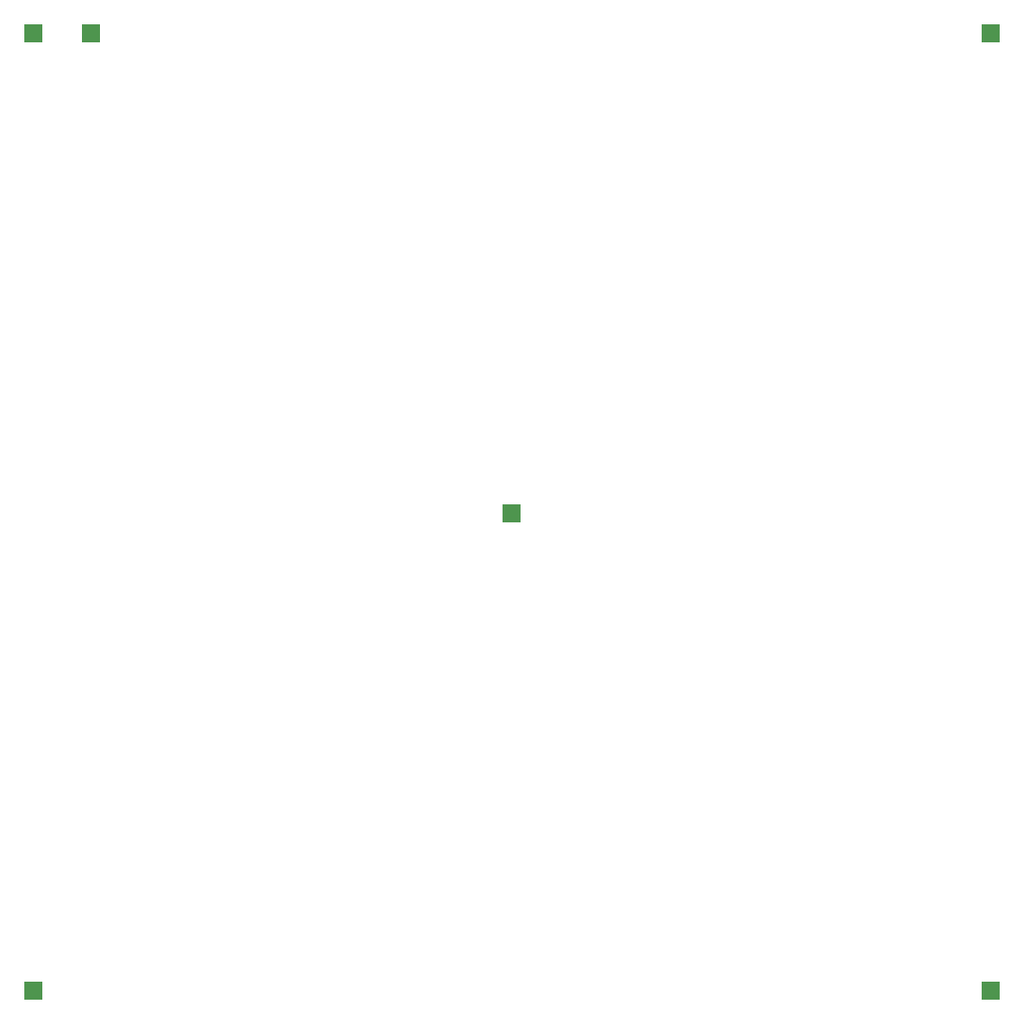
<source format=gbr>
%TF.GenerationSoftware,KiCad,Pcbnew,6.0.2+dfsg-1*%
%TF.CreationDate,2023-08-18T14:15:48-04:00*%
%TF.ProjectId,t-driver,742d6472-6976-4657-922e-6b696361645f,rev?*%
%TF.SameCoordinates,Original*%
%TF.FileFunction,Soldermask,Top*%
%TF.FilePolarity,Negative*%
%FSLAX46Y46*%
G04 Gerber Fmt 4.6, Leading zero omitted, Abs format (unit mm)*
G04 Created by KiCad (PCBNEW 6.0.2+dfsg-1) date 2023-08-18 14:15:48*
%MOMM*%
%LPD*%
G01*
G04 APERTURE LIST*
%ADD10R,1.700000X1.700000*%
G04 APERTURE END LIST*
D10*
%TO.C,*%
X160000000Y-150000000D03*
%TD*%
%TO.C,J1*%
X70000000Y-60000000D03*
%TD*%
%TO.C,*%
X114960400Y-105174200D03*
%TD*%
%TO.C,J3*%
X160000000Y-60000000D03*
%TD*%
%TO.C,J2*%
X75438000Y-59994800D03*
%TD*%
%TO.C,*%
X70000000Y-150000000D03*
%TD*%
M02*

</source>
